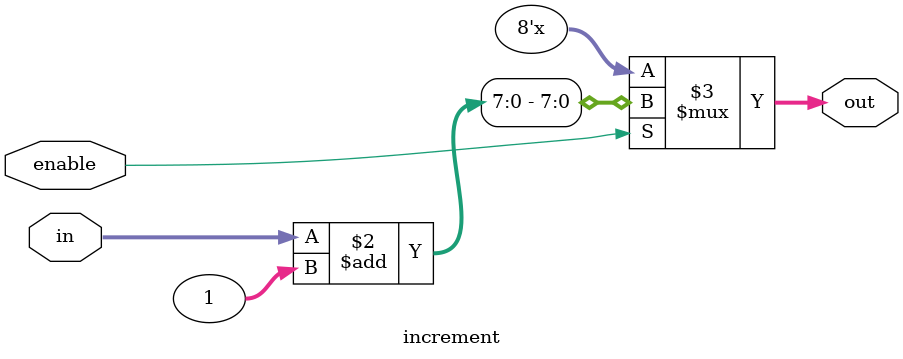
<source format=v>
module increment(in,out,enable);
input [7:0]in;
input enable;
output [7:0] out;
reg [7:0] out;

always@(in or enable)
begin
if(enable)
out <= in+1;
end

endmodule

</source>
